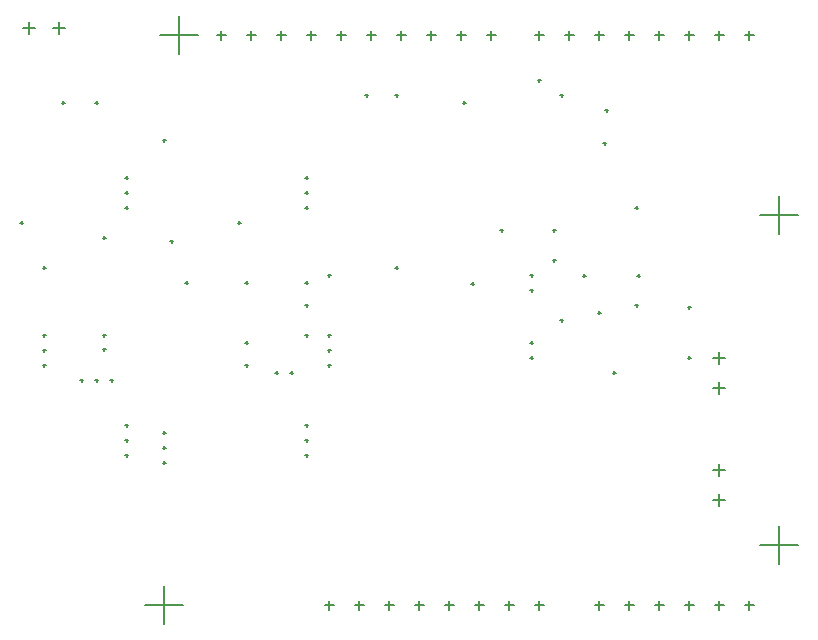
<source format=gbr>
%TF.GenerationSoftware,Altium Limited,Altium Designer,19.1.8 (144)*%
G04 Layer_Color=128*
%FSLAX26Y26*%
%MOIN*%
%TF.FileFunction,Drillmap*%
%TF.Part,Single*%
G01*
G75*
%TA.AperFunction,NonConductor*%
%ADD44C,0.005000*%
D44*
X79921Y2025000D02*
X120079D01*
X100000Y2004921D02*
Y2045079D01*
X179921Y2025000D02*
X220079D01*
X200000Y2004921D02*
Y2045079D01*
X2379921Y825000D02*
X2420079D01*
X2400000Y804921D02*
Y845079D01*
X2379921Y925000D02*
X2420079D01*
X2400000Y904921D02*
Y945079D01*
X2379921Y450000D02*
X2420079D01*
X2400000Y429921D02*
Y470079D01*
X2379921Y550000D02*
X2420079D01*
X2400000Y529921D02*
Y570079D01*
X1585000Y100000D02*
X1615000D01*
X1600000Y85000D02*
Y115000D01*
X1685000Y100000D02*
X1715000D01*
X1700000Y85000D02*
Y115000D01*
X1085000Y100000D02*
X1115000D01*
X1100000Y85000D02*
Y115000D01*
X1185000Y100000D02*
X1215000D01*
X1200000Y85000D02*
Y115000D01*
X1285000Y100000D02*
X1315000D01*
X1300000Y85000D02*
Y115000D01*
X1385000Y100000D02*
X1415000D01*
X1400000Y85000D02*
Y115000D01*
X1485000Y100000D02*
X1515000D01*
X1500000Y85000D02*
Y115000D01*
X1785000Y100000D02*
X1815000D01*
X1800000Y85000D02*
Y115000D01*
X2285000Y2000000D02*
X2315000D01*
X2300000Y1985000D02*
Y2015000D01*
X2385000Y2000000D02*
X2415000D01*
X2400000Y1985000D02*
Y2015000D01*
X1785000Y2000000D02*
X1815000D01*
X1800000Y1985000D02*
Y2015000D01*
X1885000Y2000000D02*
X1915000D01*
X1900000Y1985000D02*
Y2015000D01*
X1985000Y2000000D02*
X2015000D01*
X2000000Y1985000D02*
Y2015000D01*
X2085000Y2000000D02*
X2115000D01*
X2100000Y1985000D02*
Y2015000D01*
X2185000Y2000000D02*
X2215000D01*
X2200000Y1985000D02*
Y2015000D01*
X2485000Y2000000D02*
X2515000D01*
X2500000Y1985000D02*
Y2015000D01*
X725000Y2000000D02*
X755000D01*
X740000Y1985000D02*
Y2015000D01*
X825000Y2000000D02*
X855000D01*
X840000Y1985000D02*
Y2015000D01*
X925000Y2000000D02*
X955000D01*
X940000Y1985000D02*
Y2015000D01*
X1025000Y2000000D02*
X1055000D01*
X1040000Y1985000D02*
Y2015000D01*
X1125000Y2000000D02*
X1155000D01*
X1140000Y1985000D02*
Y2015000D01*
X1225000Y2000000D02*
X1255000D01*
X1240000Y1985000D02*
Y2015000D01*
X1325000Y2000000D02*
X1355000D01*
X1340000Y1985000D02*
Y2015000D01*
X1425000Y2000000D02*
X1455000D01*
X1440000Y1985000D02*
Y2015000D01*
X1525000Y2000000D02*
X1555000D01*
X1540000Y1985000D02*
Y2015000D01*
X1625000Y2000000D02*
X1655000D01*
X1640000Y1985000D02*
Y2015000D01*
X2485000Y100000D02*
X2515000D01*
X2500000Y85000D02*
Y115000D01*
X2385000Y100000D02*
X2415000D01*
X2400000Y85000D02*
Y115000D01*
X2285000Y100000D02*
X2315000D01*
X2300000Y85000D02*
Y115000D01*
X2185000Y100000D02*
X2215000D01*
X2200000Y85000D02*
Y115000D01*
X2085000Y100000D02*
X2115000D01*
X2100000Y85000D02*
Y115000D01*
X1985000Y100000D02*
X2015000D01*
X2000000Y85000D02*
Y115000D01*
X537008Y2000000D02*
X662992D01*
X600000Y1937008D02*
Y2062992D01*
X487008Y100000D02*
X612992D01*
X550000Y37008D02*
Y162992D01*
X2537008Y1400000D02*
X2662992D01*
X2600000Y1337008D02*
Y1462992D01*
X2537008Y300000D02*
X2662992D01*
X2600000Y237008D02*
Y362992D01*
X970000Y875000D02*
X980000D01*
X975000Y870000D02*
Y880000D01*
X1095000Y900000D02*
X1105000D01*
X1100000Y895000D02*
Y905000D01*
X1095000Y950000D02*
X1105000D01*
X1100000Y945000D02*
Y955000D01*
X1095000Y1000000D02*
X1105000D01*
X1100000Y995000D02*
Y1005000D01*
X920000Y875000D02*
X930000D01*
X925000Y870000D02*
Y880000D01*
X370000Y850000D02*
X380000D01*
X375000Y845000D02*
Y855000D01*
X320000Y850000D02*
X330000D01*
X325000Y845000D02*
Y855000D01*
X270000Y850000D02*
X280000D01*
X275000Y845000D02*
Y855000D01*
X145000Y1000000D02*
X155000D01*
X150000Y995000D02*
Y1005000D01*
X145000Y900000D02*
X155000D01*
X150000Y895000D02*
Y905000D01*
X145000Y950000D02*
X155000D01*
X150000Y945000D02*
Y955000D01*
X2120000Y1100000D02*
X2130000D01*
X2125000Y1095000D02*
Y1105000D01*
X2295000Y1092913D02*
X2305000D01*
X2300000Y1087913D02*
Y1097913D01*
X2295000Y925000D02*
X2305000D01*
X2300000Y920000D02*
Y930000D01*
X1995000Y1075000D02*
X2005000D01*
X2000000Y1070000D02*
Y1080000D01*
X2044497Y875000D02*
X2054497D01*
X2049497Y870000D02*
Y880000D01*
X1020000Y1100000D02*
X1030000D01*
X1025000Y1095000D02*
Y1105000D01*
X1020000Y1175000D02*
X1030000D01*
X1025000Y1170000D02*
Y1180000D01*
X1020000Y1000000D02*
X1030000D01*
X1025000Y995000D02*
Y1005000D01*
X1020000Y1525000D02*
X1030000D01*
X1025000Y1520000D02*
Y1530000D01*
X1020000Y1475000D02*
X1030000D01*
X1025000Y1470000D02*
Y1480000D01*
X1020000Y1425000D02*
X1030000D01*
X1025000Y1420000D02*
Y1430000D01*
X1020000Y600000D02*
X1030000D01*
X1025000Y595000D02*
Y605000D01*
X1020000Y650000D02*
X1030000D01*
X1025000Y645000D02*
Y655000D01*
X1020000Y700000D02*
X1030000D01*
X1025000Y695000D02*
Y705000D01*
X545000Y575000D02*
X555000D01*
X550000Y570000D02*
Y580000D01*
X545000Y625000D02*
X555000D01*
X550000Y620000D02*
Y630000D01*
X545000Y675000D02*
X555000D01*
X550000Y670000D02*
Y680000D01*
X545000Y1650000D02*
X555000D01*
X550000Y1645000D02*
Y1655000D01*
X420000Y600000D02*
X430000D01*
X425000Y595000D02*
Y605000D01*
X420000Y650000D02*
X430000D01*
X425000Y645000D02*
Y655000D01*
X420000Y700000D02*
X430000D01*
X425000Y695000D02*
Y705000D01*
X420000Y1425000D02*
X430000D01*
X425000Y1420000D02*
Y1430000D01*
X420000Y1475000D02*
X430000D01*
X425000Y1470000D02*
Y1480000D01*
X420000Y1525000D02*
X430000D01*
X425000Y1520000D02*
Y1530000D01*
X1320000Y1225000D02*
X1330000D01*
X1325000Y1220000D02*
Y1230000D01*
X570000Y1313284D02*
X580000D01*
X575000Y1308284D02*
Y1318284D01*
X70000Y1375000D02*
X80000D01*
X75000Y1370000D02*
Y1380000D01*
X1670000Y1350000D02*
X1680000D01*
X1675000Y1345000D02*
Y1355000D01*
X1870000Y1050000D02*
X1880000D01*
X1875000Y1045000D02*
Y1055000D01*
X1770000Y1150000D02*
X1780000D01*
X1775000Y1145000D02*
Y1155000D01*
X1770000Y1200000D02*
X1780000D01*
X1775000Y1195000D02*
Y1205000D01*
X795000Y1375000D02*
X805000D01*
X800000Y1370000D02*
Y1380000D01*
X1220000Y1800000D02*
X1230000D01*
X1225000Y1795000D02*
Y1805000D01*
X1320000Y1800000D02*
X1330000D01*
X1325000Y1795000D02*
Y1805000D01*
X2120000Y1425000D02*
X2130000D01*
X2125000Y1420000D02*
Y1430000D01*
X345000Y1325000D02*
X355000D01*
X350000Y1320000D02*
Y1330000D01*
X1545000Y1775000D02*
X1555000D01*
X1550000Y1770000D02*
Y1780000D01*
X1845000Y1350000D02*
X1855000D01*
X1850000Y1345000D02*
Y1355000D01*
X1845000Y1250000D02*
X1855000D01*
X1850000Y1245000D02*
Y1255000D01*
X1770000Y925000D02*
X1780000D01*
X1775000Y920000D02*
Y930000D01*
X1770000Y975000D02*
X1780000D01*
X1775000Y970000D02*
Y980000D01*
X820000Y900000D02*
X830000D01*
X825000Y895000D02*
Y905000D01*
X820000Y975000D02*
X830000D01*
X825000Y970000D02*
Y980000D01*
X2020000Y1750000D02*
X2030000D01*
X2025000Y1745000D02*
Y1755000D01*
X1795000Y1850000D02*
X1805000D01*
X1800000Y1845000D02*
Y1855000D01*
X345000Y953543D02*
X355000D01*
X350000Y948543D02*
Y958543D01*
X345000Y1000000D02*
X355000D01*
X350000Y995000D02*
Y1005000D01*
X820000Y1175000D02*
X830000D01*
X825000Y1170000D02*
Y1180000D01*
X620000Y1175000D02*
X630000D01*
X625000Y1170000D02*
Y1180000D01*
X2127087Y1197916D02*
X2137087D01*
X2132087Y1192916D02*
Y1202916D01*
X1945000Y1198032D02*
X1955000D01*
X1950000Y1193032D02*
Y1203032D01*
X1573543Y1171457D02*
X1583543D01*
X1578543Y1166457D02*
Y1176457D01*
X1095000Y1200000D02*
X1105000D01*
X1100000Y1195000D02*
Y1205000D01*
X207599Y1774016D02*
X217599D01*
X212599Y1769016D02*
Y1779016D01*
X320000Y1775000D02*
X330000D01*
X325000Y1770000D02*
Y1780000D01*
X1870000Y1800000D02*
X1880000D01*
X1875000Y1795000D02*
Y1805000D01*
X2012913Y1639583D02*
X2022913D01*
X2017913Y1634583D02*
Y1644583D01*
X145000Y1225000D02*
X155000D01*
X150000Y1220000D02*
Y1230000D01*
%TF.MD5,5c717f176f3413421371fb7141af3f2b*%
M02*

</source>
